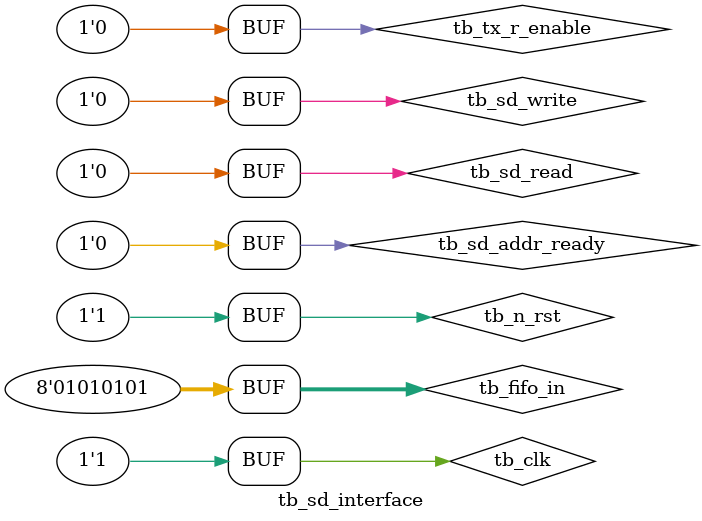
<source format=sv>
module tb_sd_interface ();
	

	localparam CLOCK = 10;
	reg tb_clk;
	reg tb_n_rst = 1;
	reg tb_sd_read = 0;
	reg tb_sd_write = 0;
	reg tb_sd_addr_ready= 0;
	reg [7:0] tb_fifo_in = 8'b01010101;
	reg tb_tx_r_enable = 1'b0;
	reg tb_sd_done;
	reg tb_sd_err;
	reg [7:0] tb_fifo_out;
	reg tb_r_enable_o;
	reg tb_SDCS;
	reg tb_SDCLK;
	reg tb_SDDI;
	reg tb_SDDO;

	reg tb_mem_clr;		// Active high strobe for at least 1 simulation timestep to zero memory contents
	reg tb_mem_init;	// Active high strobe for at least 1 simulation timestep to set the values for address in
										// currently selected init file to their corresonding values prescribed in the file
	reg tb_mem_dump;	// Active high strobe for at least 1 simulation timestep to dump all values modified since most recent mem_clr activation to
										// the currently chosen dump file. 
										// Only the locations between the "tb_start_address" and "tb_last_address" (inclusive) will be dumped
	reg tb_verbose;		// Active high enable for more verbose debuging information
	
	reg tb_read_enable;		// Active high read enable for the SRAM
	reg tb_write_enable;	// Active high write enable for the SRAM
	
	reg [10:0]	tb_address; 		// The address of the first word in the access
	reg [7:0]	tb_read_data;		// The data read from the SRAM
	reg [7:0]	tb_write_data;	// The data to be written to the SRAM
	
	/* Wrapper portmap
	on_chip_sram_wrapper DUH
	(
		//Test bench control signals
		.mem_clr(tb_mem_clr),
		.mem_init(tb_mem_init),
		.mem_dump(tb_mem_dump),
		.verbose(tb_verbose),
		.init_file_number(tb_init_file_number),
		.dump_file_number(tb_dump_file_number),
		.start_address(tb_start_address),
		.last_address(tb_last_address),
		//Memory interface signals
		.read_enable(tb_read_enable),
		.write_enable(tb_write_enable),
		.address(tb_address),
		.read_data(tb_read_data),
		.write_data(tb_write_data)
	);
*/
	sd_interface DUT (
		.clk(tb_clk),
		.n_rst(tb_n_rst),
		.sd_read(tb_sd_read),
		.sd_write(tb_sd_write),
		.sd_addr_ready(tb_sd_addr_ready),
		.fifo_in(tb_fifo_in),
		.tx_r_enable(tb_tx_r_enable),
		.sd_done(tb_sd_done),
		.sd_err(tb_sd_err),
		.fifo_out(tb_fifo_out),
		.r_enable_o(tb_r_enable_o),
		.test_r_enable(tb_read_enable),
		.test_w_enable(tb_write_enable),
		.test_data_fromFIFO(tb_read_data),
		.test_data_toFIFO(tb_write_data),
		.sd_FIFO_empty(),
		.sram_addr(tb_address),
		.SDCS(tb_SDCS),
		.SDCLK(tb_SDCLK),
		.SDDI(tb_SDDI),
		.SDDO(tb_SDDO)
	);

	

	always
	begin
		tb_clk = 0;
		#(CLOCK/2.0);
		tb_clk = 1;
		#(CLOCK/2.0);
	end

	
	initial begin
	#0;
	tb_n_rst=0;
	#5;
	tb_n_rst = 1;
	tb_fifo_in = 8'b01010101;
	#500000;
	tb_sd_addr_ready = 1;
	#5;
	tb_sd_addr_ready = 0;





	end

endmodule
</source>
